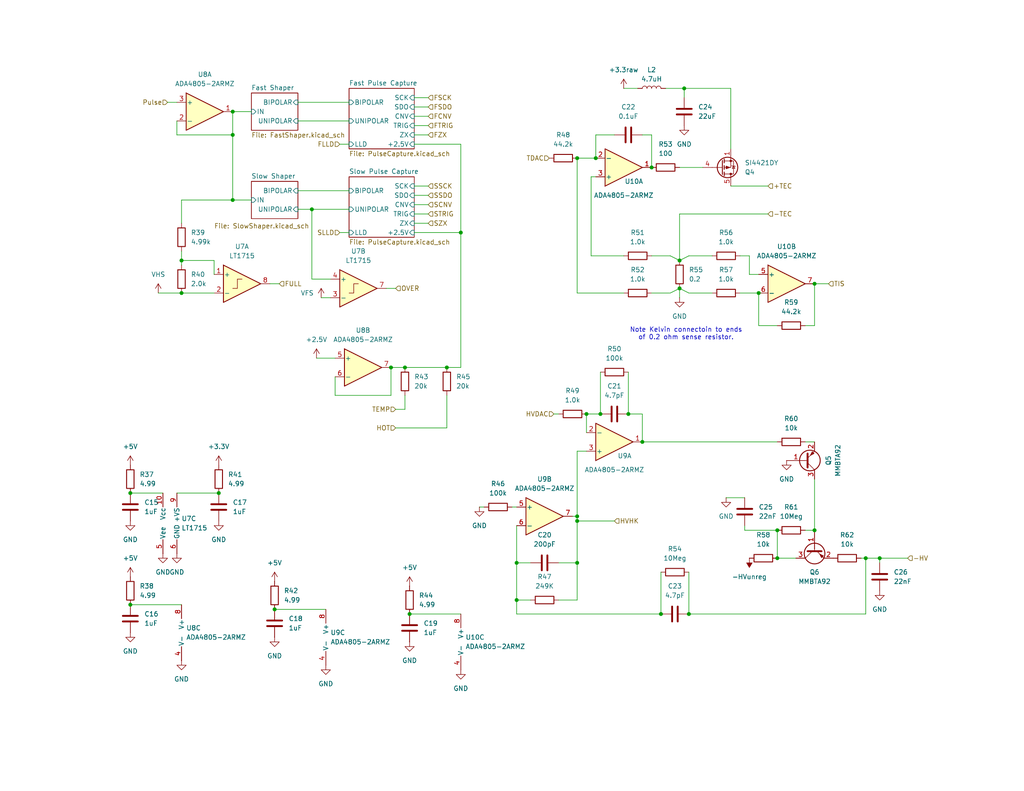
<source format=kicad_sch>
(kicad_sch (version 20231120) (generator "eeschema") (generator_version "8.0")
  (paper "USLetter")
  (title_block (title "QuERI MPU") (date "2024-06-27") (rev "RR3") (company "Noqsi Aerospace Ltd") (comment 1 "15 Blanchard Avenue, Billerica MA 01821") (comment 2 "jpd@noqsi.com"))
  (lib_symbols
    (symbol "Device:L" (pin_numbers hide) (pin_names (offset 1.016) hide)
      (property "Reference" "L" (at -1.27 0 90))
      (property "Value" "L" (at 1.905 0 90))
      (symbol "L_1_1"
        (pin passive line (at 0 3.81 270) (length 1.27) (name "1") (number "1"))
        (pin passive line (at 0 -3.81 90) (length 1.27) (name "2") (number "2"))
      )
    )
    (symbol "QuERI_symbols:+2.5F" (power) (pin_names (offset 0))
      (property "Value" "+2.5F" (at 0 3.556 0))
      (symbol "+2.5F_1_1"
        (pin power_in line (at 0 0 90) (length 0) hide (name "+2.5F") (number "1"))
      )
    )
    (symbol "QuERI_symbols:ADA4805-2ARMZ" (pin_names (offset 0.127))
      (property "Reference" "U" (at 0 5.08 0))
      (property "Value" "ADA4805-2ARMZ" (at 0 -5.08 0))
      (symbol "ADA4805-2ARMZ_1_1"
        (pin output line (at 7.62 0 180) (length 2.54) (name "~") (number "1"))
        (pin input line (at -7.62 -2.54 0) (length 2.54) (name "-") (number "2"))
        (pin input line (at -7.62 2.54 0) (length 2.54) (name "+") (number "3"))
      )
      (symbol "ADA4805-2ARMZ_2_1"
        (pin input line (at -7.62 2.54 0) (length 2.54) (name "+") (number "5"))
        (pin input line (at -7.62 -2.54 0) (length 2.54) (name "-") (number "6"))
        (pin output line (at 7.62 0 180) (length 2.54) (name "~") (number "7"))
      )
      (symbol "ADA4805-2ARMZ_3_1"
        (pin power_in line (at -2.54 -7.62 90) (length 3.81) (name "V-") (number "4"))
        (pin power_in line (at -2.54 7.62 270) (length 3.81) (name "V+") (number "8"))
      )
    )
    (symbol "QuERI_symbols:C" (pin_numbers hide) (pin_names (offset 0.254))
      (property "Reference" "C" (at 0.635 2.54 0))
      (property "Value" "1uF" (at 0.635 -2.54 0))
      (symbol "C_1_1"
        (pin passive line (at 0 3.81 270) (length 2.794) (name "~") (number "1"))
        (pin passive line (at 0 -3.81 90) (length 2.794) (name "~") (number "2"))
      )
    )
    (symbol "QuERI_symbols:Csmall" (pin_numbers hide) (pin_names (offset 0.254))
      (property "Reference" "C" (at 0.635 2.54 0))
      (property "Value" "Csmall" (at 0.635 -2.54 0))
      (symbol "Csmall_1_1"
        (pin passive line (at 0 3.81 270) (length 2.794) (name "~") (number "1"))
        (pin passive line (at 0 -3.81 90) (length 2.794) (name "~") (number "2"))
      )
    )
    (symbol "QuERI_symbols:LT1715" (pin_names (offset 0.127))
      (property "Reference" "U" (at 3.81 3.81 0))
      (property "Value" "LT1715" (at 6.35 -3.81 0))
      (symbol "LT1715_1_1"
        (pin input line (at -7.62 2.54 0) (length 2.54) (name "+") (number "1"))
        (pin input line (at -7.62 -2.54 0) (length 2.54) (name "-") (number "2"))
        (pin output line (at 7.62 0 180) (length 2.54) (name "~") (number "8"))
      )
      (symbol "LT1715_2_1"
        (pin input line (at -7.62 -2.54 0) (length 2.54) (name "-") (number "3"))
        (pin input line (at -7.62 2.54 0) (length 2.54) (name "+") (number "4"))
        (pin output line (at 7.62 0 180) (length 2.54) (name "~") (number "7"))
      )
      (symbol "LT1715_3_1"
        (pin power_in line (at -2.54 8.89 270) (length 3.81) (name "Vcc") (number "10"))
        (pin power_in line (at -2.54 -7.62 90) (length 3.81) (name "Vee") (number "5"))
        (pin power_in line (at 1.27 -7.62 90) (length 3.81) (name "GND") (number "6"))
        (pin power_in line (at 1.27 8.89 270) (length 3.81) (name "+VS") (number "9"))
      )
    )
    (symbol "QuERI_symbols:Rlowp" (pin_numbers hide) (pin_names (offset 0))
      (property "Reference" "R" (at 2.032 0 90))
      (property "Value" "Rlowp" (at 0 0 90))
      (symbol "Rlowp_1_1"
        (pin passive line (at 0 3.81 270) (length 1.27) (name "~") (number "1"))
        (pin passive line (at 0 -3.81 90) (length 1.27) (name "~") (number "2"))
      )
    )
    (symbol "QuERI_symbols:VFS" (power) (pin_names (offset 0))
      (property "Value" "VFS" (at 0 3.556 0))
      (symbol "VFS_1_1"
        (pin power_in line (at 0 0 90) (length 0) hide (name "+2.5F") (number "1"))
      )
    )
    (symbol "QuERI_symbols:VHS" (power) (pin_names (offset 0))
      (property "Value" "VHS" (at 0 3.556 0))
      (symbol "VHS_1_1"
        (pin power_in line (at 0 0 90) (length 0) hide (name "+2.5F") (number "1"))
      )
    )
    (symbol "Transistor_BJT:MMBTA92" (pin_names (offset 0) hide)
      (property "Reference" "Q" (at 5.08 1.905 0))
      (property "Value" "MMBTA92" (at 5.08 0 0))
      (symbol "MMBTA92_1_1"
        (pin input line (at -5.08 0 0) (length 5.08) (name "B") (number "1"))
        (pin passive line (at 2.54 -5.08 90) (length 2.54) (name "E") (number "2"))
        (pin passive line (at 2.54 5.08 270) (length 2.54) (name "C") (number "3"))
      )
    )
    (symbol "Transistor_FET:FDS9435A" (pin_names hide)
      (property "Reference" "Q" (at 5.08 1.905 0))
      (property "Value" "FDS9435A" (at 5.08 0 0))
      (symbol "FDS9435A_1_1"
        (pin passive line (at 2.54 -5.08 90) (length 2.54) (name "S") (number "1"))
        (pin passive line (at 2.54 -5.08 90) (length 2.54) hide (name "S") (number "2"))
        (pin passive line (at 2.54 -5.08 90) (length 2.54) hide (name "S") (number "3"))
        (pin passive line (at -5.08 0 0) (length 2.54) (name "G") (number "4"))
        (pin passive line (at 2.54 5.08 270) (length 2.54) (name "D") (number "5"))
        (pin passive line (at 2.54 5.08 270) (length 2.54) hide (name "D") (number "6"))
        (pin passive line (at 2.54 5.08 270) (length 2.54) hide (name "D") (number "7"))
        (pin passive line (at 2.54 5.08 270) (length 2.54) hide (name "D") (number "8"))
      )
    )
    (symbol "power:+3.3V" (power) (pin_numbers hide) (pin_names (offset 0) hide)
      (property "Value" "+3.3V" (at 0 3.556 0))
      (symbol "+3.3V_1_1"
        (pin power_in line (at 0 0 90) (length 0) (name "~") (number "1"))
      )
    )
    (symbol "power:+5V" (power) (pin_numbers hide) (pin_names (offset 0) hide)
      (property "Value" "+5V" (at 0 3.556 0))
      (symbol "+5V_1_1"
        (pin power_in line (at 0 0 90) (length 0) (name "~") (number "1"))
      )
    )
    (symbol "power:-5V" (power) (pin_numbers hide) (pin_names (offset 0) hide)
      (property "Value" "-5V" (at 0 3.556 0))
      (symbol "-5V_0_0"
        (pin power_in line (at 0 0 90) (length 0) (name "~") (number "1"))
      )
    )
    (symbol "power:GND" (power) (pin_numbers hide) (pin_names (offset 0) hide)
      (property "Value" "GND" (at 0 -3.81 0))
      (symbol "GND_1_1"
        (pin power_in line (at 0 0 270) (length 0) (name "~") (number "1"))
      )
    )
  )
  (junction (at 157.48 153.67))
  (junction (at 163.83 113.03))
  (junction (at 222.25 144.78))
  (junction (at 59.69 134.62))
  (junction (at 74.93 166.37))
  (junction (at 212.09 152.4))
  (junction (at 49.53 71.12))
  (junction (at 111.76 167.64))
  (junction (at 180.34 167.64))
  (junction (at 121.92 100.33))
  (junction (at 110.49 100.33))
  (junction (at 212.09 144.78))
  (junction (at 222.25 77.47))
  (junction (at 35.56 165.1))
  (junction (at 185.42 78.74))
  (junction (at 185.42 71.12))
  (junction (at 63.5 36.83))
  (junction (at 187.96 167.64))
  (junction (at 63.5 54.61))
  (junction (at 106.68 100.33))
  (junction (at 125.73 63.5))
  (junction (at 240.03 152.4))
  (junction (at 171.45 113.03))
  (junction (at 236.22 152.4))
  (junction (at 63.5 30.48))
  (junction (at 177.8 45.72))
  (junction (at 175.26 120.65))
  (junction (at 157.48 43.18))
  (junction (at 160.02 113.03))
  (junction (at 157.48 140.97))
  (junction (at 157.48 142.24))
  (junction (at 49.53 80.01))
  (junction (at 140.97 163.83))
  (junction (at 85.09 57.15))
  (junction (at 186.69 24.13))
  (junction (at 35.56 134.62))
  (junction (at 140.97 153.67))
  (junction (at 162.56 43.18))
  (junction (at 207.01 80.01))
  (wire (pts (xy 125.73 100.33) (xy 125.73 63.5)))
  (wire (pts (xy 81.28 33.02) (xy 95.25 33.02)))
  (wire (pts (xy 110.49 111.76) (xy 107.95 111.76)))
  (wire (pts (xy 157.48 123.19) (xy 160.02 123.19)))
  (wire (pts (xy 171.45 101.6) (xy 171.45 113.03)))
  (wire (pts (xy 140.97 153.67) (xy 144.78 153.67)))
  (wire (pts (xy 105.41 78.74) (xy 107.95 78.74)))
  (wire (pts (xy 113.03 29.21) (xy 116.84 29.21)))
  (wire (pts (xy 222.25 77.47) (xy 226.06 77.47)))
  (wire (pts (xy 175.26 120.65) (xy 212.09 120.65)))
  (wire (pts (xy 87.63 81.28) (xy 90.17 81.28)))
  (wire (pts (xy 198.12 135.89) (xy 203.2 135.89)))
  (wire (pts (xy 156.21 140.97) (xy 157.48 140.97)))
  (wire (pts (xy 110.49 100.33) (xy 121.92 100.33)))
  (wire (pts (xy 160.02 113.03) (xy 163.83 113.03)))
  (wire (pts (xy 130.81 138.43) (xy 132.08 138.43)))
  (wire (pts (xy 180.34 156.21) (xy 180.34 167.64)))
  (wire (pts (xy 170.18 80.01) (xy 157.48 80.01)))
  (wire (pts (xy 68.58 54.61) (xy 63.5 54.61)))
  (wire (pts (xy 48.26 36.83) (xy 63.5 36.83)))
  (wire (pts (xy 81.28 52.07) (xy 95.25 52.07)))
  (wire (pts (xy 49.53 80.01) (xy 58.42 80.01)))
  (wire (pts (xy 185.42 45.72) (xy 191.77 45.72)))
  (wire (pts (xy 157.48 80.01) (xy 157.48 43.18)))
  (wire (pts (xy 182.88 80.01) (xy 185.42 78.74)))
  (wire (pts (xy 199.39 40.64) (xy 199.39 24.13)))
  (wire (pts (xy 81.28 57.15) (xy 85.09 57.15)))
  (wire (pts (xy 152.4 153.67) (xy 157.48 153.67)))
  (wire (pts (xy 85.09 57.15) (xy 85.09 76.2)))
  (wire (pts (xy 170.18 24.13) (xy 173.99 24.13)))
  (wire (pts (xy 163.83 101.6) (xy 163.83 113.03)))
  (wire (pts (xy 45.72 27.94) (xy 48.26 27.94)))
  (wire (pts (xy 240.03 152.4) (xy 236.22 152.4)))
  (wire (pts (xy 91.44 107.95) (xy 106.68 107.95)))
  (wire (pts (xy 140.97 153.67) (xy 140.97 163.83)))
  (wire (pts (xy 113.03 58.42) (xy 116.84 58.42)))
  (wire (pts (xy 209.55 58.42) (xy 185.42 58.42)))
  (wire (pts (xy 157.48 142.24) (xy 167.64 142.24)))
  (wire (pts (xy 236.22 152.4) (xy 234.95 152.4)))
  (wire (pts (xy 74.93 166.37) (xy 88.9 166.37)))
  (wire (pts (xy 175.26 120.65) (xy 175.26 113.03)))
  (wire (pts (xy 177.8 36.83) (xy 177.8 45.72)))
  (wire (pts (xy 107.95 116.84) (xy 121.92 116.84)))
  (wire (pts (xy 125.73 63.5) (xy 125.73 39.37)))
  (wire (pts (xy 187.96 156.21) (xy 187.96 167.64)))
  (wire (pts (xy 113.03 50.8) (xy 116.84 50.8)))
  (wire (pts (xy 140.97 167.64) (xy 140.97 163.83)))
  (wire (pts (xy 204.47 69.85) (xy 201.93 69.85)))
  (wire (pts (xy 113.03 63.5) (xy 125.73 63.5)))
  (wire (pts (xy 236.22 167.64) (xy 187.96 167.64)))
  (wire (pts (xy 106.68 100.33) (xy 110.49 100.33)))
  (wire (pts (xy 151.13 113.03) (xy 152.4 113.03)))
  (wire (pts (xy 113.03 53.34) (xy 116.84 53.34)))
  (wire (pts (xy 113.03 34.29) (xy 116.84 34.29)))
  (wire (pts (xy 203.2 143.51) (xy 203.2 144.78)))
  (wire (pts (xy 185.42 58.42) (xy 185.42 71.12)))
  (wire (pts (xy 199.39 24.13) (xy 186.69 24.13)))
  (wire (pts (xy 157.48 142.24) (xy 157.48 153.67)))
  (wire (pts (xy 240.03 153.67) (xy 240.03 152.4)))
  (wire (pts (xy 219.71 88.9) (xy 222.25 88.9)))
  (wire (pts (xy 92.71 39.37) (xy 95.25 39.37)))
  (wire (pts (xy 140.97 143.51) (xy 140.97 153.67)))
  (wire (pts (xy 162.56 36.83) (xy 162.56 43.18)))
  (wire (pts (xy 73.66 77.47) (xy 76.2 77.47)))
  (wire (pts (xy 201.93 80.01) (xy 207.01 80.01)))
  (wire (pts (xy 160.02 118.11) (xy 160.02 113.03)))
  (wire (pts (xy 219.71 120.65) (xy 222.25 120.65)))
  (wire (pts (xy 106.68 107.95) (xy 106.68 100.33)))
  (wire (pts (xy 49.53 71.12) (xy 49.53 72.39)))
  (wire (pts (xy 182.88 69.85) (xy 185.42 71.12)))
  (wire (pts (xy 113.03 55.88) (xy 116.84 55.88)))
  (wire (pts (xy 222.25 130.81) (xy 222.25 144.78)))
  (wire (pts (xy 48.26 33.02) (xy 48.26 36.83)))
  (wire (pts (xy 222.25 77.47) (xy 222.25 88.9)))
  (wire (pts (xy 175.26 36.83) (xy 177.8 36.83)))
  (wire (pts (xy 212.09 144.78) (xy 212.09 152.4)))
  (wire (pts (xy 113.03 31.75) (xy 116.84 31.75)))
  (wire (pts (xy 161.29 69.85) (xy 170.18 69.85)))
  (wire (pts (xy 240.03 152.4) (xy 247.65 152.4)))
  (wire (pts (xy 177.8 80.01) (xy 182.88 80.01)))
  (wire (pts (xy 236.22 152.4) (xy 236.22 167.64)))
  (wire (pts (xy 203.2 144.78) (xy 212.09 144.78)))
  (wire (pts (xy 180.34 167.64) (xy 140.97 167.64)))
  (wire (pts (xy 157.48 43.18) (xy 162.56 43.18)))
  (wire (pts (xy 212.09 88.9) (xy 207.01 88.9)))
  (wire (pts (xy 63.5 54.61) (xy 63.5 36.83)))
  (wire (pts (xy 113.03 60.96) (xy 116.84 60.96)))
  (wire (pts (xy 139.7 138.43) (xy 140.97 138.43)))
  (wire (pts (xy 157.48 163.83) (xy 157.48 153.67)))
  (wire (pts (xy 187.96 69.85) (xy 194.31 69.85)))
  (wire (pts (xy 58.42 74.93) (xy 58.42 71.12)))
  (wire (pts (xy 207.01 74.93) (xy 204.47 74.93)))
  (wire (pts (xy 185.42 78.74) (xy 187.96 80.01)))
  (wire (pts (xy 63.5 30.48) (xy 68.58 30.48)))
  (wire (pts (xy 85.09 57.15) (xy 95.25 57.15)))
  (wire (pts (xy 43.18 80.01) (xy 49.53 80.01)))
  (wire (pts (xy 207.01 88.9) (xy 207.01 80.01)))
  (wire (pts (xy 121.92 100.33) (xy 125.73 100.33)))
  (wire (pts (xy 152.4 163.83) (xy 157.48 163.83)))
  (wire (pts (xy 113.03 26.67) (xy 116.84 26.67)))
  (wire (pts (xy 121.92 107.95) (xy 121.92 116.84)))
  (wire (pts (xy 177.8 69.85) (xy 182.88 69.85)))
  (wire (pts (xy 175.26 113.03) (xy 171.45 113.03)))
  (wire (pts (xy 113.03 36.83) (xy 116.84 36.83)))
  (wire (pts (xy 91.44 102.87) (xy 91.44 107.95)))
  (wire (pts (xy 85.09 76.2) (xy 90.17 76.2)))
  (wire (pts (xy 58.42 71.12) (xy 49.53 71.12)))
  (wire (pts (xy 125.73 39.37) (xy 113.03 39.37)))
  (wire (pts (xy 48.26 134.62) (xy 59.69 134.62)))
  (wire (pts (xy 35.56 165.1) (xy 49.53 165.1)))
  (wire (pts (xy 157.48 140.97) (xy 157.48 142.24)))
  (wire (pts (xy 161.29 48.26) (xy 161.29 69.85)))
  (wire (pts (xy 187.96 80.01) (xy 194.31 80.01)))
  (wire (pts (xy 110.49 107.95) (xy 110.49 111.76)))
  (wire (pts (xy 63.5 36.83) (xy 63.5 30.48)))
  (wire (pts (xy 212.09 152.4) (xy 217.17 152.4)))
  (wire (pts (xy 49.53 60.96) (xy 49.53 54.61)))
  (wire (pts (xy 92.71 63.5) (xy 95.25 63.5)))
  (wire (pts (xy 49.53 68.58) (xy 49.53 71.12)))
  (wire (pts (xy 185.42 78.74) (xy 185.42 81.28)))
  (wire (pts (xy 49.53 54.61) (xy 63.5 54.61)))
  (wire (pts (xy 35.56 134.62) (xy 44.45 134.62)))
  (wire (pts (xy 111.76 167.64) (xy 125.73 167.64)))
  (wire (pts (xy 140.97 163.83) (xy 144.78 163.83)))
  (wire (pts (xy 185.42 71.12) (xy 187.96 69.85)))
  (wire (pts (xy 86.36 97.79) (xy 91.44 97.79)))
  (wire (pts (xy 199.39 50.8) (xy 209.55 50.8)))
  (wire (pts (xy 181.61 24.13) (xy 186.69 24.13)))
  (wire (pts (xy 204.47 74.93) (xy 204.47 69.85)))
  (wire (pts (xy 186.69 24.13) (xy 186.69 26.67)))
  (wire (pts (xy 162.56 48.26) (xy 161.29 48.26)))
  (wire (pts (xy 167.64 36.83) (xy 162.56 36.83)))
  (wire (pts (xy 219.71 144.78) (xy 222.25 144.78)))
  (wire (pts (xy 157.48 140.97) (xy 157.48 123.19)))
  (wire (pts (xy 81.28 27.94) (xy 95.25 27.94)))
  (text "Note Kelvin connectoin to ends\nof 0.2 ohm sense resistor." (at 187.198 91.186 0) (effects (font (size 1.27 1.27))))
  (hierarchical_label "FLLD" (shape input) (at 92.71 39.37 180))
  (hierarchical_label "HOT" (shape input) (at 107.95 116.84 180))
  (hierarchical_label "SZX" (shape input) (at 116.84 60.96 0))
  (hierarchical_label "Pulse" (shape input) (at 45.72 27.94 180))
  (hierarchical_label "SSDO" (shape input) (at 116.84 53.34 0))
  (hierarchical_label "FULL" (shape input) (at 76.2 77.47 0))
  (hierarchical_label "STRIG" (shape input) (at 116.84 58.42 0))
  (hierarchical_label "-HV" (shape input) (at 247.65 152.4 0))
  (hierarchical_label "TEMP" (shape input) (at 107.95 111.76 180))
  (hierarchical_label "HVHK" (shape input) (at 167.64 142.24 0))
  (hierarchical_label "TDAC" (shape input) (at 149.86 43.18 180))
  (hierarchical_label "SLLD" (shape input) (at 92.71 63.5 180))
  (hierarchical_label "TIS" (shape input) (at 226.06 77.47 0))
  (hierarchical_label "FZX" (shape input) (at 116.84 36.83 0))
  (hierarchical_label "HVDAC" (shape input) (at 151.13 113.03 180))
  (hierarchical_label "FTRIG" (shape input) (at 116.84 34.29 0))
  (hierarchical_label "SCNV" (shape input) (at 116.84 55.88 0))
  (hierarchical_label "SSCK" (shape input) (at 116.84 50.8 0))
  (hierarchical_label "-TEC" (shape input) (at 209.55 58.42 0))
  (hierarchical_label "FSCK" (shape input) (at 116.84 26.67 0))
  (hierarchical_label "OVER" (shape input) (at 107.95 78.74 0))
  (hierarchical_label "FSDO" (shape input) (at 116.84 29.21 0))
  (hierarchical_label "FCNV" (shape input) (at 116.84 31.75 0))
  (hierarchical_label "+TEC" (shape input) (at 209.55 50.8 0))
  (symbol (lib_id "QuERI_symbols:Csmall") (at 184.15 167.64 90) (unit 1)
    (property "Reference" "C23" (at 184.15 160.02 90))
    (property "Value" "4.7pF" (at 184.15 162.56 90))
    (property "Footprint" "Capacitor_SMD:C_1210_3225Metric" (effects (hide yes)))
    (property "Description" "Unpolarized capacitor" (effects (hide yes)))
    (property "Spec" "500WVDC C0G" (effects (hide yes)))
    (instances (project "MPU" (path "" (reference "C23") (unit 1)) (path "" (reference "C11") (unit 1))))
  )
  (symbol (lib_id "QuERI_symbols:Rlowp") (at 184.15 156.21 90) (unit 1)
    (property "Reference" "R54" (at 184.15 149.86 90))
    (property "Value" "10Meg" (at 184.15 152.4 90))
    (property "Footprint" "Resistor_SMD:R_2010_5025Metric" (effects (hide yes)))
    (property "Description" "Resistor" (effects (hide yes)))
    (property "Spec" "1% 1/10W" (effects (hide yes)))
    (instances (project "MPU" (path "" (reference "R54") (unit 1)) (path "" (reference "R28") (unit 1))))
  )
  (symbol (lib_id "QuERI_symbols:Rlowp") (at 49.53 76.2 0) (unit 1)
    (property "Reference" "R40" (at 52.07 74.93 0) (effects (justify left)))
    (property "Value" "2.0k" (at 52.07 77.47 0) (effects (justify left)))
    (property "Footprint" "Resistor_SMD:R_0603_1608Metric" (effects (hide yes)))
    (property "Description" "Resistor" (effects (hide yes)))
    (property "Spec" "1% 1/10W" (effects (hide yes)))
    (instances (project "MPU" (path "" (reference "R40") (unit 1)) (path "" (reference "R14") (unit 1))))
  )
  (symbol (lib_id "QuERI_symbols:ADA4805-2ARMZ") (at 55.88 30.48 0) (unit 1)
    (property "Reference" "U8" (at 55.88 20.32 0))
    (property "Value" "ADA4805-2ARMZ" (at 55.88 22.86 0))
    (property "Footprint" "Package_SO:MSOP-8_3x3mm_P0.65mm" (effects (hide yes)))
    (property "Datasheet" "https://www.analog.com/media/en/technical-documentation/data-sheets/ADA4805-1_4805-2.pdf" (effects (hide yes)))
    (property "Description" "Dual Operational Amplifiers, DIP-8/SOIC-8/TSSOP-8/VSSOP-8" (effects (hide yes)))
    (instances (project "MPU" (path "" (reference "U8") (unit 1)) (path "" (reference "U4") (unit 1))))
  )
  (symbol (lib_id "QuERI_symbols:C") (at 35.56 168.91 0) (unit 1)
    (property "Reference" "C16" (at 39.37 167.64 0) (effects (justify left)))
    (property "Value" "1uF" (at 39.37 170.18 0) (effects (justify left)))
    (property "Footprint" "Capacitor_SMD:C_0805_2012Metric" (effects (hide yes)))
    (property "Description" "Unpolarized capacitor" (effects (hide yes)))
    (property "Spec" "16WVDC X7R" (effects (hide yes)))
    (instances (project "MPU" (path "" (reference "C16") (unit 1)) (path "" (reference "C4") (unit 1))))
  )
  (symbol (lib_id "QuERI_symbols:LT1715") (at 66.04 77.47 0) (unit 1)
    (property "Reference" "U7" (at 66.04 67.31 0))
    (property "Value" "LT1715" (at 66.04 69.85 0))
    (property "Footprint" "Package_SO:MSOP-10_3x3mm_P0.5mm" (effects (hide yes)))
    (property "Datasheet" "https://www.analog.com/media/en/technical-documentation/data-sheets/1715fa.pdf" (effects (hide yes)))
    (property "Description" "Fast Dual Comparator, MSOP-10" (effects (hide yes)))
    (instances (project "MPU" (path "" (reference "U7") (unit 1)) (path "" (reference "U3") (unit 1))))
  )
  (symbol (lib_id "QuERI_symbols:LT1715") (at 97.79 78.74 0) (unit 2)
    (property "Reference" "U7" (at 97.79 68.58 0))
    (property "Value" "LT1715" (at 97.79 71.12 0))
    (property "Footprint" "Package_SO:MSOP-10_3x3mm_P0.5mm" (effects (hide yes)))
    (property "Datasheet" "https://www.analog.com/media/en/technical-documentation/data-sheets/1715fa.pdf" (effects (hide yes)))
    (property "Description" "Fast Dual Comparator, MSOP-10" (effects (hide yes)))
    (instances (project "MPU" (path "" (reference "U7") (unit 2)) (path "" (reference "U3") (unit 2))))
  )
  (symbol (lib_id "power:-5V") (at 204.47 152.4 0) (mirror x) (unit 1)
    (property "Reference" "#PWR084" (effects (hide yes)))
    (property "Value" "-HVunreg" (at 204.47 157.48 0))
    (property "Description" "Power symbol creates a global label with name \"-5V\"" (effects (hide yes)))
    (instances (project "MPU" (path "" (reference "#PWR084") (unit 1)) (path "" (reference "#PWR058") (unit 1))))
  )
  (symbol (lib_id "power:GND") (at 130.81 138.43 0) (unit 1)
    (property "Reference" "#PWR079" (effects (hide yes)))
    (property "Value" "GND" (at 130.81 143.51 0))
    (property "Description" "Power symbol creates a global label with name \"GND\" , ground" (effects (hide yes)))
    (instances (project "MPU" (path "" (reference "#PWR079") (unit 1)) (path "" (reference "#PWR053") (unit 1))))
  )
  (symbol (lib_id "QuERI_symbols:Rlowp") (at 148.59 163.83 90) (unit 1)
    (property "Reference" "R47" (at 148.59 157.48 90))
    (property "Value" "249K" (at 148.59 160.02 90))
    (property "Footprint" "Resistor_SMD:R_0603_1608Metric" (effects (hide yes)))
    (property "Description" "Resistor" (effects (hide yes)))
    (property "Spec" "1% 1/10W" (effects (hide yes)))
    (instances (project "MPU" (path "" (reference "R47") (unit 1)) (path "" (reference "R21") (unit 1))))
  )
  (symbol (lib_id "QuERI_symbols:Rlowp") (at 215.9 120.65 90) (unit 1)
    (property "Reference" "R60" (at 215.9 114.3 90))
    (property "Value" "10k" (at 215.9 116.84 90))
    (property "Footprint" "Resistor_SMD:R_0603_1608Metric" (effects (hide yes)))
    (property "Description" "Resistor" (effects (hide yes)))
    (property "Spec" "1% 1/10W" (effects (hide yes)))
    (instances (project "MPU" (path "" (reference "R60") (unit 1)) (path "" (reference "R34") (unit 1))))
  )
  (symbol (lib_id "QuERI_symbols:Rlowp") (at 167.64 101.6 90) (unit 1)
    (property "Reference" "R50" (at 167.64 95.25 90))
    (property "Value" "100k" (at 167.64 97.79 90))
    (property "Footprint" "Resistor_SMD:R_0603_1608Metric" (effects (hide yes)))
    (property "Description" "Resistor" (effects (hide yes)))
    (property "Spec" "1% 1/10W" (effects (hide yes)))
    (instances (project "MPU" (path "" (reference "R50") (unit 1)) (path "" (reference "R24") (unit 1))))
  )
  (symbol (lib_id "QuERI_symbols:Rlowp") (at 110.49 104.14 0) (unit 1)
    (property "Reference" "R43" (at 113.03 102.87 0) (effects (justify left)))
    (property "Value" "20k" (at 113.03 105.41 0) (effects (justify left)))
    (property "Footprint" "Resistor_SMD:R_0603_1608Metric" (effects (hide yes)))
    (property "Description" "Resistor" (effects (hide yes)))
    (property "Spec" "1% 1/10W" (effects (hide yes)))
    (instances (project "MPU" (path "" (reference "R43") (unit 1)) (path "" (reference "R17") (unit 1))))
  )
  (symbol (lib_id "QuERI_symbols:C") (at 203.2 139.7 0) (unit 1)
    (property "Reference" "C25" (at 207.01 138.4299 0) (effects (justify left)))
    (property "Value" "22nF" (at 207.01 140.9699 0) (effects (justify left)))
    (property "Footprint" "Capacitor_SMD:C_1210_3225Metric" (effects (hide yes)))
    (property "Description" "Unpolarized capacitor" (effects (hide yes)))
    (property "Spec" "500WVDC X7R" (effects (hide yes)))
    (instances (project "MPU" (path "" (reference "C25") (unit 1)) (path "" (reference "C13") (unit 1))))
  )
  (symbol (lib_id "power:+5V") (at 35.56 127 0) (unit 1)
    (property "Reference" "#PWR061" (effects (hide yes)))
    (property "Value" "+5V" (at 35.56 121.92 0))
    (property "Description" "Power symbol creates a global label with name \"+5V\"" (effects (hide yes)))
    (instances (project "MPU" (path "" (reference "#PWR061") (unit 1)) (path "" (reference "#PWR035") (unit 1))))
  )
  (symbol (lib_id "QuERI_symbols:ADA4805-2ARMZ") (at 170.18 45.72 0) (mirror x) (unit 1)
    (property "Reference" "U10" (at 172.974 49.53 0))
    (property "Value" "ADA4805-2ARMZ" (at 170.18 53.34 0))
    (property "Footprint" "Package_SO:MSOP-8_3x3mm_P0.65mm" (effects (hide yes)))
    (property "Datasheet" "https://www.analog.com/media/en/technical-documentation/data-sheets/ADA4805-1_4805-2.pdf" (effects (hide yes)))
    (property "Description" "Dual Operational Amplifiers, DIP-8/SOIC-8/TSSOP-8/VSSOP-8" (effects (hide yes)))
    (instances (project "MPU" (path "" (reference "U10") (unit 1)) (path "" (reference "U6") (unit 1))))
  )
  (symbol (lib_id "power:GND") (at 186.69 34.29 0) (unit 1)
    (property "Reference" "#PWR082" (effects (hide yes)))
    (property "Value" "GND" (at 186.69 39.37 0))
    (property "Description" "Power symbol creates a global label with name \"GND\" , ground" (effects (hide yes)))
    (instances (project "MPU" (path "" (reference "#PWR082") (unit 1)) (path "" (reference "#PWR056") (unit 1))))
  )
  (symbol (lib_id "QuERI_symbols:Csmall") (at 167.64 113.03 90) (unit 1)
    (property "Reference" "C21" (at 167.64 105.41 90))
    (property "Value" "4.7pF" (at 167.64 107.95 90))
    (property "Footprint" "Capacitor_SMD:C_0603_1608Metric" (effects (hide yes)))
    (property "Description" "Unpolarized capacitor" (effects (hide yes)))
    (property "Spec" "50WVDC C0G" (effects (hide yes)))
    (instances (project "MPU" (path "" (reference "C21") (unit 1)) (path "" (reference "C9") (unit 1))))
  )
  (symbol (lib_id "QuERI_symbols:Rlowp") (at 198.12 69.85 90) (unit 1)
    (property "Reference" "R56" (at 198.12 63.5 90))
    (property "Value" "1.0k" (at 198.12 66.04 90))
    (property "Footprint" "Resistor_SMD:R_0603_1608Metric" (effects (hide yes)))
    (property "Description" "Resistor" (effects (hide yes)))
    (property "Spec" "1% 1/10W" (effects (hide yes)))
    (instances (project "MPU" (path "" (reference "R56") (unit 1)) (path "" (reference "R30") (unit 1))))
  )
  (symbol (lib_id "power:+3.3V") (at 59.69 127 0) (unit 1)
    (property "Reference" "#PWR069" (effects (hide yes)))
    (property "Value" "+3.3V" (at 59.69 121.92 0))
    (property "Description" "Power symbol creates a global label with name \"+3.3V\"" (effects (hide yes)))
    (instances (project "MPU" (path "" (reference "#PWR069") (unit 1)) (path "" (reference "#PWR043") (unit 1))))
  )
  (symbol (lib_id "QuERI_symbols:Rlowp") (at 173.99 69.85 90) (unit 1)
    (property "Reference" "R51" (at 173.99 63.5 90))
    (property "Value" "1.0k" (at 173.99 66.04 90))
    (property "Footprint" "Resistor_SMD:R_0603_1608Metric" (effects (hide yes)))
    (property "Description" "Resistor" (effects (hide yes)))
    (property "Spec" "1% 1/10W" (effects (hide yes)))
    (instances (project "MPU" (path "" (reference "R51") (unit 1)) (path "" (reference "R25") (unit 1))))
  )
  (symbol (lib_id "QuERI_symbols:Rlowp") (at 35.56 130.81 0) (unit 1)
    (property "Reference" "R37" (at 38.1 129.54 0) (effects (justify left)))
    (property "Value" "4.99" (at 38.1 132.08 0) (effects (justify left)))
    (property "Footprint" "Resistor_SMD:R_0603_1608Metric" (effects (hide yes)))
    (property "Description" "Resistor" (effects (hide yes)))
    (property "Spec" "1% 1/10W" (effects (hide yes)))
    (instances (project "MPU" (path "" (reference "R37") (unit 1)) (path "" (reference "R11") (unit 1))))
  )
  (symbol (lib_id "QuERI_symbols:Rlowp") (at 215.9 144.78 90) (unit 1)
    (property "Reference" "R61" (at 215.9 138.43 90))
    (property "Value" "10Meg" (at 215.9 140.97 90))
    (property "Footprint" "Resistor_SMD:R_2010_5025Metric" (effects (hide yes)))
    (property "Description" "Resistor" (effects (hide yes)))
    (property "Spec" "1% 1/10W" (effects (hide yes)))
    (instances (project "MPU" (path "" (reference "R61") (unit 1)) (path "" (reference "R35") (unit 1))))
  )
  (symbol (lib_id "QuERI_symbols:Rlowp") (at 49.53 64.77 0) (unit 1)
    (property "Reference" "R39" (at 52.07 63.5 0) (effects (justify left)))
    (property "Value" "4.99k" (at 52.07 66.04 0) (effects (justify left)))
    (property "Footprint" "Resistor_SMD:R_0603_1608Metric" (effects (hide yes)))
    (property "Description" "Resistor" (effects (hide yes)))
    (property "Spec" "1% 1/10W" (effects (hide yes)))
    (instances (project "MPU" (path "" (reference "R39") (unit 1)) (path "" (reference "R13") (unit 1))))
  )
  (symbol (lib_id "power:GND") (at 48.26 151.13 0) (unit 1)
    (property "Reference" "#PWR067" (effects (hide yes)))
    (property "Value" "GND" (at 48.26 156.21 0))
    (property "Description" "Power symbol creates a global label with name \"GND\" , ground" (effects (hide yes)))
    (instances (project "MPU" (path "" (reference "#PWR067") (unit 1)) (path "" (reference "#PWR041") (unit 1))))
  )
  (symbol (lib_id "QuERI_symbols:Rlowp") (at 231.14 152.4 90) (unit 1)
    (property "Reference" "R62" (at 231.14 146.05 90))
    (property "Value" "10k" (at 231.14 148.59 90))
    (property "Footprint" "Resistor_SMD:R_0603_1608Metric" (effects (hide yes)))
    (property "Description" "Resistor" (effects (hide yes)))
    (property "Spec" "1% 1/10W" (effects (hide yes)))
    (instances (project "MPU" (path "" (reference "R62") (unit 1)) (path "" (reference "R36") (unit 1))))
  )
  (symbol (lib_id "QuERI_symbols:Rlowp") (at 121.92 104.14 0) (unit 1)
    (property "Reference" "R45" (at 124.46 102.87 0) (effects (justify left)))
    (property "Value" "20k" (at 124.46 105.41 0) (effects (justify left)))
    (property "Footprint" "Resistor_SMD:R_0603_1608Metric" (effects (hide yes)))
    (property "Description" "Resistor" (effects (hide yes)))
    (property "Spec" "1% 1/10W" (effects (hide yes)))
    (instances (project "MPU" (path "" (reference "R45") (unit 1)) (path "" (reference "R19") (unit 1))))
  )
  (symbol (lib_id "power:GND") (at 74.93 173.99 0) (unit 1)
    (property "Reference" "#PWR072" (effects (hide yes)))
    (property "Value" "GND" (at 74.93 179.07 0))
    (property "Description" "Power symbol creates a global label with name \"GND\" , ground" (effects (hide yes)))
    (instances (project "MPU" (path "" (reference "#PWR072") (unit 1)) (path "" (reference "#PWR046") (unit 1))))
  )
  (symbol (lib_id "power:GND") (at 49.53 180.34 0) (unit 1)
    (property "Reference" "#PWR068" (effects (hide yes)))
    (property "Value" "GND" (at 49.53 185.42 0))
    (property "Description" "Power symbol creates a global label with name \"GND\" , ground" (effects (hide yes)))
    (instances (project "MPU" (path "" (reference "#PWR068") (unit 1)) (path "" (reference "#PWR042") (unit 1))))
  )
  (symbol (lib_id "QuERI_symbols:+2.5F") (at 86.36 97.79 0) (unit 1)
    (property "Reference" "#PWR073" (effects (hide yes)))
    (property "Value" "+2.5V" (at 86.36 92.71 0))
    (property "Description" "Power symbol creates a global label with name \"+2.5F\"" (effects (hide yes)))
    (instances (project "MPU" (path "" (reference "#PWR073") (unit 1)) (path "" (reference "#PWR047") (unit 1))))
  )
  (symbol (lib_id "QuERI_symbols:Csmall") (at 148.59 153.67 90) (unit 1)
    (property "Reference" "C20" (at 148.59 146.05 90))
    (property "Value" "200pF" (at 148.59 148.59 90))
    (property "Footprint" "Capacitor_SMD:C_0603_1608Metric" (effects (hide yes)))
    (property "Description" "Unpolarized capacitor" (effects (hide yes)))
    (property "Spec" "50WVDC C0G" (effects (hide yes)))
    (instances (project "MPU" (path "" (reference "C20") (unit 1)) (path "" (reference "C8") (unit 1))))
  )
  (symbol (lib_id "QuERI_symbols:Rlowp") (at 156.21 113.03 90) (unit 1)
    (property "Reference" "R49" (at 156.21 106.68 90))
    (property "Value" "1.0k" (at 156.21 109.22 90))
    (property "Footprint" "Resistor_SMD:R_0603_1608Metric" (effects (hide yes)))
    (property "Description" "Resistor" (effects (hide yes)))
    (property "Spec" "1% 1/10W" (effects (hide yes)))
    (instances (project "MPU" (path "" (reference "R49") (unit 1)) (path "" (reference "R23") (unit 1))))
  )
  (symbol (lib_id "QuERI_symbols:Rlowp") (at 35.56 161.29 0) (unit 1)
    (property "Reference" "R38" (at 38.1 160.02 0) (effects (justify left)))
    (property "Value" "4.99" (at 38.1 162.56 0) (effects (justify left)))
    (property "Footprint" "Resistor_SMD:R_0603_1608Metric" (effects (hide yes)))
    (property "Description" "Resistor" (effects (hide yes)))
    (property "Spec" "1% 1/10W" (effects (hide yes)))
    (instances (project "MPU" (path "" (reference "R38") (unit 1)) (path "" (reference "R12") (unit 1))))
  )
  (symbol (lib_id "Transistor_BJT:MMBTA92") (at 219.71 125.73 0) (mirror x) (unit 1)
    (property "Reference" "Q5" (at 226.06 125.73 90))
    (property "Value" "MMBTA92" (at 228.6 125.73 90))
    (property "Footprint" "Package_TO_SOT_SMD:SOT-23" (effects (hide yes)))
    (property "Datasheet" "https://www.onsemi.com/pub/Collateral/MMBTA92LT1-D.PDF" (effects (hide yes)))
    (property "Description" "0.5A Ic, 300V Vce, PNP High Voltage Transistor, SOT-23" (effects (hide yes)))
    (instances (project "MPU" (path "" (reference "Q5") (unit 1)) (path "" (reference "Q2") (unit 1))))
  )
  (symbol (lib_id "QuERI_symbols:Rlowp") (at 74.93 162.56 0) (unit 1)
    (property "Reference" "R42" (at 77.47 161.29 0) (effects (justify left)))
    (property "Value" "4.99" (at 77.47 163.83 0) (effects (justify left)))
    (property "Footprint" "Resistor_SMD:R_0603_1608Metric" (effects (hide yes)))
    (property "Description" "Resistor" (effects (hide yes)))
    (property "Spec" "1% 1/10W" (effects (hide yes)))
    (instances (project "MPU" (path "" (reference "R42") (unit 1)) (path "" (reference "R16") (unit 1))))
  )
  (symbol (lib_id "Transistor_BJT:MMBTA92") (at 222.25 149.86 90) (mirror x) (unit 1)
    (property "Reference" "Q6" (at 222.25 156.21 90))
    (property "Value" "MMBTA92" (at 222.25 158.75 90))
    (property "Footprint" "Package_TO_SOT_SMD:SOT-23" (effects (hide yes)))
    (property "Datasheet" "https://www.onsemi.com/pub/Collateral/MMBTA92LT1-D.PDF" (effects (hide yes)))
    (property "Description" "0.5A Ic, 300V Vce, PNP High Voltage Transistor, SOT-23" (effects (hide yes)))
    (instances (project "MPU" (path "" (reference "Q6") (unit 1)) (path "" (reference "Q3") (unit 1))))
  )
  (symbol (lib_id "power:GND") (at 125.73 182.88 0) (unit 1)
    (property "Reference" "#PWR078" (effects (hide yes)))
    (property "Value" "GND" (at 125.73 187.96 0))
    (property "Description" "Power symbol creates a global label with name \"GND\" , ground" (effects (hide yes)))
    (instances (project "MPU" (path "" (reference "#PWR078") (unit 1)) (path "" (reference "#PWR052") (unit 1))))
  )
  (symbol (lib_id "power:GND") (at 240.03 161.29 0) (unit 1)
    (property "Reference" "#PWR086" (effects (hide yes)))
    (property "Value" "GND" (at 240.03 166.37 0))
    (property "Description" "Power symbol creates a global label with name \"GND\" , ground" (effects (hide yes)))
    (instances (project "MPU" (path "" (reference "#PWR086") (unit 1)) (path "" (reference "#PWR060") (unit 1))))
  )
  (symbol (lib_id "QuERI_symbols:Rlowp") (at 198.12 80.01 90) (unit 1)
    (property "Reference" "R57" (at 198.12 73.66 90))
    (property "Value" "1.0k" (at 198.12 76.2 90))
    (property "Footprint" "Resistor_SMD:R_0603_1608Metric" (effects (hide yes)))
    (property "Description" "Resistor" (effects (hide yes)))
    (property "Spec" "1% 1/10W" (effects (hide yes)))
    (instances (project "MPU" (path "" (reference "R57") (unit 1)) (path "" (reference "R31") (unit 1))))
  )
  (symbol (lib_id "power:+5V") (at 35.56 157.48 0) (unit 1)
    (property "Reference" "#PWR063" (effects (hide yes)))
    (property "Value" "+5V" (at 35.56 152.4 0))
    (property "Description" "Power symbol creates a global label with name \"+5V\"" (effects (hide yes)))
    (instances (project "MPU" (path "" (reference "#PWR063") (unit 1)) (path "" (reference "#PWR037") (unit 1))))
  )
  (symbol (lib_id "QuERI_symbols:ADA4805-2ARMZ") (at 99.06 100.33 0) (unit 2)
    (property "Reference" "U8" (at 99.06 90.17 0))
    (property "Value" "ADA4805-2ARMZ" (at 99.06 92.71 0))
    (property "Footprint" "Package_SO:MSOP-8_3x3mm_P0.65mm" (effects (hide yes)))
    (property "Datasheet" "https://www.analog.com/media/en/technical-documentation/data-sheets/ADA4805-1_4805-2.pdf" (effects (hide yes)))
    (property "Description" "Dual Operational Amplifiers, DIP-8/SOIC-8/TSSOP-8/VSSOP-8" (effects (hide yes)))
    (instances (project "MPU" (path "" (reference "U8") (unit 2)) (path "" (reference "U4") (unit 2))))
  )
  (symbol (lib_id "QuERI_symbols:ADA4805-2ARMZ") (at 52.07 172.72 0) (unit 3)
    (property "Reference" "U8" (at 50.8 171.45 0) (effects (justify left)))
    (property "Value" "ADA4805-2ARMZ" (at 50.8 173.99 0) (effects (justify left)))
    (property "Footprint" "Package_SO:MSOP-8_3x3mm_P0.65mm" (effects (hide yes)))
    (property "Datasheet" "https://www.analog.com/media/en/technical-documentation/data-sheets/ADA4805-1_4805-2.pdf" (effects (hide yes)))
    (property "Description" "Dual Operational Amplifiers, DIP-8/SOIC-8/TSSOP-8/VSSOP-8" (effects (hide yes)))
    (instances (project "MPU" (path "" (reference "U8") (unit 3)) (path "" (reference "U4") (unit 3))))
  )
  (symbol (lib_id "power:GND") (at 198.12 135.89 0) (unit 1)
    (property "Reference" "#PWR083" (effects (hide yes)))
    (property "Value" "GND" (at 198.12 140.97 0))
    (property "Description" "Power symbol creates a global label with name \"GND\" , ground" (effects (hide yes)))
    (instances (project "MPU" (path "" (reference "#PWR083") (unit 1)) (path "" (reference "#PWR057") (unit 1))))
  )
  (symbol (lib_id "power:+3.3V") (at 170.18 24.13 0) (unit 1)
    (property "Reference" "#PWR080" (effects (hide yes)))
    (property "Value" "+3.3raw" (at 170.18 19.05 0))
    (property "Description" "Power symbol creates a global label with name \"+3.3V\"" (effects (hide yes)))
    (instances (project "MPU" (path "" (reference "#PWR080") (unit 1)) (path "" (reference "#PWR054") (unit 1))))
  )
  (symbol (lib_id "QuERI_symbols:C") (at 240.03 157.48 0) (unit 1)
    (property "Reference" "C26" (at 243.84 156.2099 0) (effects (justify left)))
    (property "Value" "22nF" (at 243.84 158.7499 0) (effects (justify left)))
    (property "Footprint" "Capacitor_SMD:C_1210_3225Metric" (effects (hide yes)))
    (property "Description" "Unpolarized capacitor" (effects (hide yes)))
    (property "Spec" "500WVDC X7R" (effects (hide yes)))
    (instances (project "MPU" (path "" (reference "C26") (unit 1)) (path "" (reference "C14") (unit 1))))
  )
  (symbol (lib_id "QuERI_symbols:VHS") (at 43.18 80.01 0) (unit 1)
    (property "Reference" "#PWR065" (effects (hide yes)))
    (property "Value" "VHS" (at 43.18 74.93 0))
    (property "Description" "Power symbol for half scale ADC voltage" (effects (hide yes)))
    (instances (project "MPU" (path "" (reference "#PWR065") (unit 1)) (path "" (reference "#PWR039") (unit 1))))
  )
  (symbol (lib_id "QuERI_symbols:ADA4805-2ARMZ") (at 167.64 120.65 0) (mirror x) (unit 1)
    (property "Reference" "U9" (at 170.434 124.46 0))
    (property "Value" "ADA4805-2ARMZ" (at 167.64 128.27 0))
    (property "Footprint" "Package_SO:MSOP-8_3x3mm_P0.65mm" (effects (hide yes)))
    (property "Datasheet" "https://www.analog.com/media/en/technical-documentation/data-sheets/ADA4805-1_4805-2.pdf" (effects (hide yes)))
    (property "Description" "Dual Operational Amplifiers, DIP-8/SOIC-8/TSSOP-8/VSSOP-8" (effects (hide yes)))
    (instances (project "MPU" (path "" (reference "U9") (unit 1)) (path "" (reference "U5") (unit 1))))
  )
  (symbol (lib_id "QuERI_symbols:Csmall") (at 171.45 36.83 270) (unit 1)
    (property "Reference" "C22" (at 171.45 29.21 90))
    (property "Value" "0.1uF" (at 171.45 31.75 90))
    (property "Footprint" "Capacitor_SMD:C_0603_1608Metric" (effects (hide yes)))
    (property "Description" "Unpolarized capacitor" (effects (hide yes)))
    (property "Spec" "50WVDC X7R" (effects (hide yes)))
    (instances (project "MPU" (path "" (reference "C22") (unit 1)) (path "" (reference "C10") (unit 1))))
  )
  (symbol (lib_id "QuERI_symbols:Rlowp") (at 111.76 163.83 0) (unit 1)
    (property "Reference" "R44" (at 114.3 162.56 0) (effects (justify left)))
    (property "Value" "4.99" (at 114.3 165.1 0) (effects (justify left)))
    (property "Footprint" "Resistor_SMD:R_0603_1608Metric" (effects (hide yes)))
    (property "Description" "Resistor" (effects (hide yes)))
    (property "Spec" "1% 1/10W" (effects (hide yes)))
    (instances (project "MPU" (path "" (reference "R44") (unit 1)) (path "" (reference "R18") (unit 1))))
  )
  (symbol (lib_id "power:GND") (at 214.63 125.73 0) (unit 1)
    (property "Reference" "#PWR085" (effects (hide yes)))
    (property "Value" "GND" (at 214.63 130.81 0))
    (property "Description" "Power symbol creates a global label with name \"GND\" , ground" (effects (hide yes)))
    (instances (project "MPU" (path "" (reference "#PWR085") (unit 1)) (path "" (reference "#PWR059") (unit 1))))
  )
  (symbol (lib_id "power:GND") (at 44.45 151.13 0) (unit 1)
    (property "Reference" "#PWR066" (effects (hide yes)))
    (property "Value" "GND" (at 44.45 156.21 0))
    (property "Description" "Power symbol creates a global label with name \"GND\" , ground" (effects (hide yes)))
    (instances (project "MPU" (path "" (reference "#PWR066") (unit 1)) (path "" (reference "#PWR040") (unit 1))))
  )
  (symbol (lib_id "power:GND") (at 185.42 81.28 0) (unit 1)
    (property "Reference" "#PWR081" (effects (hide yes)))
    (property "Value" "GND" (at 185.42 86.36 0))
    (property "Description" "Power symbol creates a global label with name \"GND\" , ground" (effects (hide yes)))
    (instances (project "MPU" (path "" (reference "#PWR081") (unit 1)) (path "" (reference "#PWR055") (unit 1))))
  )
  (symbol (lib_id "QuERI_symbols:C") (at 186.69 30.48 0) (unit 1)
    (property "Reference" "C24" (at 190.5 29.2099 0) (effects (justify left)))
    (property "Value" "22uF" (at 190.5 31.7499 0) (effects (justify left)))
    (property "Footprint" "Capacitor_SMD:C_1210_3225Metric" (effects (hide yes)))
    (property "Description" "Unpolarized capacitor" (effects (hide yes)))
    (property "Spec" "16WVDC X7R" (effects (hide yes)))
    (instances (project "MPU" (path "" (reference "C24") (unit 1)) (path "" (reference "C12") (unit 1))))
  )
  (symbol (lib_id "QuERI_symbols:Rlowp") (at 173.99 80.01 90) (unit 1)
    (property "Reference" "R52" (at 173.99 73.66 90))
    (property "Value" "1.0k" (at 173.99 76.2 90))
    (property "Footprint" "Resistor_SMD:R_0603_1608Metric" (effects (hide yes)))
    (property "Description" "Resistor" (effects (hide yes)))
    (property "Spec" "1% 1/10W" (effects (hide yes)))
    (instances (project "MPU" (path "" (reference "R52") (unit 1)) (path "" (reference "R26") (unit 1))))
  )
  (symbol (lib_id "Transistor_FET:FDS9435A") (at 196.85 45.72 0) (mirror x) (unit 1)
    (property "Reference" "Q4" (at 203.2 46.9901 0) (effects (justify left)))
    (property "Value" "SI4421DY" (at 203.2 44.4501 0) (effects (justify left)))
    (property "Footprint" "Package_SO:SOIC-8_3.9x4.9mm_P1.27mm" (effects (hide yes)))
    (property "Datasheet" "https://www.onsemi.com/pub/Collateral/FDS9435A-D.PDF" (effects (hide yes)))
    (property "Description" "-5.3A Id, -30V Vds, P-Channel MOSFET, 50mOhm Ron, SO-8" (effects (hide yes)))
    (instances (project "MPU" (path "" (reference "Q4") (unit 1)) (path "" (reference "Q1") (unit 1))))
  )
  (symbol (lib_id "QuERI_symbols:C") (at 111.76 171.45 0) (unit 1)
    (property "Reference" "C19" (at 115.57 170.18 0) (effects (justify left)))
    (property "Value" "1uF" (at 115.57 172.72 0) (effects (justify left)))
    (property "Footprint" "Capacitor_SMD:C_0805_2012Metric" (effects (hide yes)))
    (property "Description" "Unpolarized capacitor" (effects (hide yes)))
    (property "Spec" "16WVDC X7R" (effects (hide yes)))
    (instances (project "MPU" (path "" (reference "C19") (unit 1)) (path "" (reference "C7") (unit 1))))
  )
  (symbol (lib_id "Device:L") (at 177.8 24.13 90) (unit 1)
    (property "Reference" "L2" (at 177.8 19.05 90))
    (property "Value" "4.7uH" (at 177.8 21.59 90))
    (property "Footprint" "Inductor_SMD:L_1008_2520Metric" (effects (hide yes)))
    (property "Description" "Inductor" (effects (hide yes)))
    (instances (project "MPU" (path "" (reference "L2") (unit 1)) (path "" (reference "L1") (unit 1))))
  )
  (symbol (lib_id "QuERI_symbols:Rlowp") (at 215.9 88.9 90) (unit 1)
    (property "Reference" "R59" (at 215.9 82.55 90))
    (property "Value" "44.2k" (at 215.9 85.09 90))
    (property "Footprint" "Resistor_SMD:R_0603_1608Metric" (effects (hide yes)))
    (property "Description" "Resistor" (effects (hide yes)))
    (property "Spec" "1% 1/10W" (effects (hide yes)))
    (instances (project "MPU" (path "" (reference "R59") (unit 1)) (path "" (reference "R33") (unit 1))))
  )
  (symbol (lib_id "QuERI_symbols:VFS") (at 87.63 81.28 0) (unit 1)
    (property "Reference" "#PWR074" (effects (hide yes)))
    (property "Value" "VFS" (at 83.82 80.01 0))
    (property "Description" "Power symbol for full scale ADC voltage" (effects (hide yes)))
    (instances (project "MPU" (path "" (reference "#PWR074") (unit 1)) (path "" (reference "#PWR048") (unit 1))))
  )
  (symbol (lib_id "power:GND") (at 88.9 181.61 0) (unit 1)
    (property "Reference" "#PWR075" (effects (hide yes)))
    (property "Value" "GND" (at 88.9 186.69 0))
    (property "Description" "Power symbol creates a global label with name \"GND\" , ground" (effects (hide yes)))
    (instances (project "MPU" (path "" (reference "#PWR075") (unit 1)) (path "" (reference "#PWR049") (unit 1))))
  )
  (symbol (lib_id "QuERI_symbols:Rlowp") (at 135.89 138.43 90) (unit 1)
    (property "Reference" "R46" (at 135.89 132.08 90))
    (property "Value" "100k" (at 135.89 134.62 90))
    (property "Footprint" "Resistor_SMD:R_0603_1608Metric" (effects (hide yes)))
    (property "Description" "Resistor" (effects (hide yes)))
    (property "Spec" "1% 1/10W" (effects (hide yes)))
    (instances (project "MPU" (path "" (reference "R46") (unit 1)) (path "" (reference "R20") (unit 1))))
  )
  (symbol (lib_id "power:GND") (at 59.69 142.24 0) (unit 1)
    (property "Reference" "#PWR070" (effects (hide yes)))
    (property "Value" "GND" (at 59.69 147.32 0))
    (property "Description" "Power symbol creates a global label with name \"GND\" , ground" (effects (hide yes)))
    (instances (project "MPU" (path "" (reference "#PWR070") (unit 1)) (path "" (reference "#PWR044") (unit 1))))
  )
  (symbol (lib_id "QuERI_symbols:Rlowp") (at 208.28 152.4 90) (unit 1)
    (property "Reference" "R58" (at 208.28 146.05 90))
    (property "Value" "10k" (at 208.28 148.59 90))
    (property "Footprint" "Resistor_SMD:R_0603_1608Metric" (effects (hide yes)))
    (property "Description" "Resistor" (effects (hide yes)))
    (property "Spec" "1% 1/10W" (effects (hide yes)))
    (instances (project "MPU" (path "" (reference "R58") (unit 1)) (path "" (reference "R32") (unit 1))))
  )
  (symbol (lib_id "QuERI_symbols:Rlowp") (at 153.67 43.18 90) (unit 1)
    (property "Reference" "R48" (at 153.67 36.83 90))
    (property "Value" "44.2k" (at 153.67 39.37 90))
    (property "Footprint" "Resistor_SMD:R_0603_1608Metric" (effects (hide yes)))
    (property "Description" "Resistor" (effects (hide yes)))
    (property "Spec" "1% 1/10W" (effects (hide yes)))
    (instances (project "MPU" (path "" (reference "R48") (unit 1)) (path "" (reference "R22") (unit 1))))
  )
  (symbol (lib_id "QuERI_symbols:ADA4805-2ARMZ") (at 214.63 77.47 0) (unit 2)
    (property "Reference" "U10" (at 214.63 67.31 0))
    (property "Value" "ADA4805-2ARMZ" (at 214.63 69.85 0))
    (property "Footprint" "Package_SO:MSOP-8_3x3mm_P0.65mm" (effects (hide yes)))
    (property "Datasheet" "https://www.analog.com/media/en/technical-documentation/data-sheets/ADA4805-1_4805-2.pdf" (effects (hide yes)))
    (property "Description" "Dual Operational Amplifiers, DIP-8/SOIC-8/TSSOP-8/VSSOP-8" (effects (hide yes)))
    (instances (project "MPU" (path "" (reference "U10") (unit 2)) (path "" (reference "U6") (unit 2))))
  )
  (symbol (lib_id "QuERI_symbols:ADA4805-2ARMZ") (at 128.27 175.26 0) (unit 3)
    (property "Reference" "U10" (at 127 173.99 0) (effects (justify left)))
    (property "Value" "ADA4805-2ARMZ" (at 127 176.53 0) (effects (justify left)))
    (property "Footprint" "Package_SO:MSOP-8_3x3mm_P0.65mm" (effects (hide yes)))
    (property "Datasheet" "https://www.analog.com/media/en/technical-documentation/data-sheets/ADA4805-1_4805-2.pdf" (effects (hide yes)))
    (property "Description" "Dual Operational Amplifiers, DIP-8/SOIC-8/TSSOP-8/VSSOP-8" (effects (hide yes)))
    (instances (project "MPU" (path "" (reference "U10") (unit 3)) (path "" (reference "U6") (unit 3))))
  )
  (symbol (lib_id "QuERI_symbols:C") (at 59.69 138.43 0) (unit 1)
    (property "Reference" "C17" (at 63.5 137.16 0) (effects (justify left)))
    (property "Value" "1uF" (at 63.5 139.7 0) (effects (justify left)))
    (property "Footprint" "Capacitor_SMD:C_0805_2012Metric" (effects (hide yes)))
    (property "Description" "Unpolarized capacitor" (effects (hide yes)))
    (property "Spec" "16WVDC X7R" (effects (hide yes)))
    (instances (project "MPU" (path "" (reference "C17") (unit 1)) (path "" (reference "C5") (unit 1))))
  )
  (symbol (lib_id "power:GND") (at 111.76 175.26 0) (unit 1)
    (property "Reference" "#PWR077" (effects (hide yes)))
    (property "Value" "GND" (at 111.76 180.34 0))
    (property "Description" "Power symbol creates a global label with name \"GND\" , ground" (effects (hide yes)))
    (instances (project "MPU" (path "" (reference "#PWR077") (unit 1)) (path "" (reference "#PWR051") (unit 1))))
  )
  (symbol (lib_id "QuERI_symbols:Rlowp") (at 181.61 45.72 90) (unit 1)
    (property "Reference" "R53" (at 181.61 39.37 90))
    (property "Value" "100" (at 181.61 41.91 90))
    (property "Footprint" "Resistor_SMD:R_0603_1608Metric" (effects (hide yes)))
    (property "Description" "Resistor" (effects (hide yes)))
    (property "Spec" "1% 1/10W" (effects (hide yes)))
    (instances (project "MPU" (path "" (reference "R53") (unit 1)) (path "" (reference "R27") (unit 1))))
  )
  (symbol (lib_id "power:+5V") (at 74.93 158.75 0) (unit 1)
    (property "Reference" "#PWR071" (effects (hide yes)))
    (property "Value" "+5V" (at 74.93 153.67 0))
    (property "Description" "Power symbol creates a global label with name \"+5V\"" (effects (hide yes)))
    (instances (project "MPU" (path "" (reference "#PWR071") (unit 1)) (path "" (reference "#PWR045") (unit 1))))
  )
  (symbol (lib_id "power:+5V") (at 111.76 160.02 0) (unit 1)
    (property "Reference" "#PWR076" (effects (hide yes)))
    (property "Value" "+5V" (at 111.76 154.94 0))
    (property "Description" "Power symbol creates a global label with name \"+5V\"" (effects (hide yes)))
    (instances (project "MPU" (path "" (reference "#PWR076") (unit 1)) (path "" (reference "#PWR050") (unit 1))))
  )
  (symbol (lib_id "QuERI_symbols:LT1715") (at 46.99 143.51 0) (unit 3)
    (property "Reference" "U7" (at 49.53 141.605 0) (effects (justify left)))
    (property "Value" "LT1715" (at 49.53 144.145 0) (effects (justify left)))
    (property "Footprint" "Package_SO:MSOP-10_3x3mm_P0.5mm" (effects (hide yes)))
    (property "Datasheet" "https://www.analog.com/media/en/technical-documentation/data-sheets/1715fa.pdf" (effects (hide yes)))
    (property "Description" "Fast Dual Comparator, MSOP-10" (effects (hide yes)))
    (instances (project "MPU" (path "" (reference "U7") (unit 3)) (path "" (reference "U3") (unit 3))))
  )
  (symbol (lib_id "QuERI_symbols:Rlowp") (at 59.69 130.81 0) (unit 1)
    (property "Reference" "R41" (at 62.23 129.54 0) (effects (justify left)))
    (property "Value" "4.99" (at 62.23 132.08 0) (effects (justify left)))
    (property "Footprint" "Resistor_SMD:R_0603_1608Metric" (effects (hide yes)))
    (property "Description" "Resistor" (effects (hide yes)))
    (property "Spec" "1% 1/10W" (effects (hide yes)))
    (instances (project "MPU" (path "" (reference "R41") (unit 1)) (path "" (reference "R15") (unit 1))))
  )
  (symbol (lib_id "QuERI_symbols:C") (at 74.93 170.18 0) (unit 1)
    (property "Reference" "C18" (at 78.74 168.91 0) (effects (justify left)))
    (property "Value" "1uF" (at 78.74 171.45 0) (effects (justify left)))
    (property "Footprint" "Capacitor_SMD:C_0805_2012Metric" (effects (hide yes)))
    (property "Description" "Unpolarized capacitor" (effects (hide yes)))
    (property "Spec" "16WVDC X7R" (effects (hide yes)))
    (instances (project "MPU" (path "" (reference "C18") (unit 1)) (path "" (reference "C6") (unit 1))))
  )
  (symbol (lib_id "QuERI_symbols:ADA4805-2ARMZ") (at 91.44 173.99 0) (unit 3)
    (property "Reference" "U9" (at 90.17 172.72 0) (effects (justify left)))
    (property "Value" "ADA4805-2ARMZ" (at 90.17 175.26 0) (effects (justify left)))
    (property "Footprint" "Package_SO:MSOP-8_3x3mm_P0.65mm" (effects (hide yes)))
    (property "Datasheet" "https://www.analog.com/media/en/technical-documentation/data-sheets/ADA4805-1_4805-2.pdf" (effects (hide yes)))
    (property "Description" "Dual Operational Amplifiers, DIP-8/SOIC-8/TSSOP-8/VSSOP-8" (effects (hide yes)))
    (instances (project "MPU" (path "" (reference "U9") (unit 3)) (path "" (reference "U5") (unit 3))))
  )
  (symbol (lib_id "QuERI_symbols:C") (at 35.56 138.43 0) (unit 1)
    (property "Reference" "C15" (at 39.37 137.16 0) (effects (justify left)))
    (property "Value" "1uF" (at 39.37 139.7 0) (effects (justify left)))
    (property "Footprint" "Capacitor_SMD:C_0805_2012Metric" (effects (hide yes)))
    (property "Description" "Unpolarized capacitor" (effects (hide yes)))
    (property "Spec" "16WVDC X7R" (effects (hide yes)))
    (instances (project "MPU" (path "" (reference "C15") (unit 1)) (path "" (reference "C3") (unit 1))))
  )
  (symbol (lib_id "power:GND") (at 35.56 172.72 0) (unit 1)
    (property "Reference" "#PWR064" (effects (hide yes)))
    (property "Value" "GND" (at 35.56 177.8 0))
    (property "Description" "Power symbol creates a global label with name \"GND\" , ground" (effects (hide yes)))
    (instances (project "MPU" (path "" (reference "#PWR064") (unit 1)) (path "" (reference "#PWR038") (unit 1))))
  )
  (symbol (lib_id "QuERI_symbols:Rlowp") (at 185.42 74.93 180) (unit 1)
    (property "Reference" "R55" (at 187.96 73.6599 0) (effects (justify right)))
    (property "Value" "0.2" (at 187.96 76.1999 0) (effects (justify right)))
    (property "Footprint" "Resistor_SMD:R_0805_2012Metric" (effects (hide yes)))
    (property "Description" "Resistor" (effects (hide yes)))
    (property "Spec" "1% 1/10W" (effects (hide yes)))
    (instances (project "MPU" (path "" (reference "R55") (unit 1)) (path "" (reference "R29") (unit 1))))
  )
  (symbol (lib_id "power:GND") (at 35.56 142.24 0) (unit 1)
    (property "Reference" "#PWR062" (effects (hide yes)))
    (property "Value" "GND" (at 35.56 147.32 0))
    (property "Description" "Power symbol creates a global label with name \"GND\" , ground" (effects (hide yes)))
    (instances (project "MPU" (path "" (reference "#PWR062") (unit 1)) (path "" (reference "#PWR036") (unit 1))))
  )
  (symbol (lib_id "QuERI_symbols:ADA4805-2ARMZ") (at 148.59 140.97 0) (unit 2)
    (property "Reference" "U9" (at 148.59 130.81 0))
    (property "Value" "ADA4805-2ARMZ" (at 148.59 133.35 0))
    (property "Footprint" "Package_SO:MSOP-8_3x3mm_P0.65mm" (effects (hide yes)))
    (property "Datasheet" "https://www.analog.com/media/en/technical-documentation/data-sheets/ADA4805-1_4805-2.pdf" (effects (hide yes)))
    (property "Description" "Dual Operational Amplifiers, DIP-8/SOIC-8/TSSOP-8/VSSOP-8" (effects (hide yes)))
    (instances (project "MPU" (path "" (reference "U9") (unit 2)) (path "" (reference "U5") (unit 2))))
  )
  (sheet (at 68.58 49.53) (size 12.7 10.16) (stroke (width 0.1524))
    (property "Sheetname" "Slow Shaper" (at 68.58 48.8184 0) (effects (justify left bottom)))
    (property "Sheetfile" "SlowShaper.kicad_sch" (at 58.42 60.96 0) (effects (justify left top)))
    (pin "IN" input (at 68.58 54.61 180))
    (pin "BIPOLAR" input (at 81.28 52.07 0))
    (pin "UNIPOLAR" input (at 81.28 57.15 0))
  )
  (sheet (at 95.25 48.26) (size 17.78 16.51) (stroke (width 0.1524))
    (property "Sheetname" "Slow Pulse Capture" (at 95.25 47.5484 0) (effects (justify left bottom)))
    (property "Sheetfile" "PulseCapture.kicad_sch" (at 95.25 65.3546 0) (effects (justify left top)))
    (pin "BIPOLAR" input (at 95.25 52.07 180))
    (pin "UNIPOLAR" input (at 95.25 57.15 180))
    (pin "SCK" input (at 113.03 50.8 0))
    (pin "SDO" input (at 113.03 53.34 0))
    (pin "CNV" input (at 113.03 55.88 0))
    (pin "TRIG" input (at 113.03 58.42 0))
    (pin "ZX" input (at 113.03 60.96 0))
    (pin "+2.5V" input (at 113.03 63.5 0))
    (pin "LLD" input (at 95.25 63.5 180))
  )
  (sheet (at 95.25 24.13) (size 17.78 16.51) (stroke (width 0.1524))
    (property "Sheetname" "Fast Pulse Capture" (at 95.25 23.4184 0) (effects (justify left bottom)))
    (property "Sheetfile" "PulseCapture.kicad_sch" (at 95.25 41.2246 0) (effects (justify left top)))
    (pin "UNIPOLAR" input (at 95.25 33.02 180))
    (pin "BIPOLAR" input (at 95.25 27.94 180))
    (pin "SCK" input (at 113.03 26.67 0))
    (pin "SDO" input (at 113.03 29.21 0))
    (pin "CNV" input (at 113.03 31.75 0))
    (pin "TRIG" input (at 113.03 34.29 0))
    (pin "ZX" input (at 113.03 36.83 0))
    (pin "+2.5V" input (at 113.03 39.37 0))
    (pin "LLD" input (at 95.25 39.37 180))
  )
  (sheet (at 68.58 25.4) (size 12.7 10.16) (stroke (width 0.1524))
    (property "Sheetname" "Fast Shaper" (at 68.58 24.6884 0) (effects (justify left bottom)))
    (property "Sheetfile" "FastShaper.kicad_sch" (at 68.58 36.1446 0) (effects (justify left top)))
    (pin "IN" input (at 68.58 30.48 180))
    (pin "BIPOLAR" input (at 81.28 27.94 0))
    (pin "UNIPOLAR" input (at 81.28 33.02 0))
  )
)
</source>
